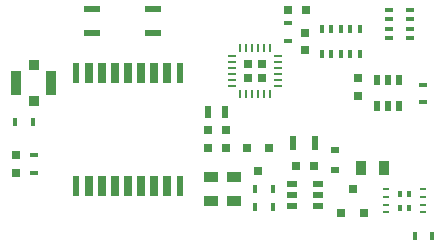
<source format=gtp>
G04 #@! TF.GenerationSoftware,KiCad,Pcbnew,(2017-11-24 revision a01d81e4b)-makepkg*
G04 #@! TF.CreationDate,2018-02-25T20:08:33+10:30*
G04 #@! TF.ProjectId,ledGlasses,6C6564476C61737365732E6B69636164,rev?*
G04 #@! TF.SameCoordinates,PX5f5e100PY5f5e100*
G04 #@! TF.FileFunction,Paste,Top*
G04 #@! TF.FilePolarity,Positive*
%FSLAX46Y46*%
G04 Gerber Fmt 4.6, Leading zero omitted, Abs format (unit mm)*
G04 Created by KiCad (PCBNEW (2017-11-24 revision a01d81e4b)-makepkg) date 02/25/18 20:08:33*
%MOMM*%
%LPD*%
G01*
G04 APERTURE LIST*
%ADD10R,0.898400X0.898400*%
%ADD11R,0.948400X2.098400*%
%ADD12R,0.398400X0.698400*%
%ADD13R,0.678400X0.678400*%
%ADD14R,0.198400X0.748400*%
%ADD15R,0.748400X0.198400*%
%ADD16R,0.698400X0.798400*%
%ADD17R,0.648400X0.698400*%
%ADD18R,0.898400X1.148400*%
%ADD19R,0.698400X0.648400*%
%ADD20R,1.148400X0.898400*%
%ADD21R,0.698400X0.498400*%
%ADD22R,0.798400X0.398400*%
%ADD23R,0.398400X0.798400*%
%ADD24R,0.698400X0.398400*%
%ADD25R,0.698400X0.298400*%
%ADD26R,0.958400X0.548400*%
%ADD27R,0.548400X0.958400*%
%ADD28R,0.363400X0.618400*%
%ADD29R,0.548400X0.248400*%
%ADD30R,0.598400X1.698400*%
%ADD31R,0.698400X1.698400*%
%ADD32R,0.598400X1.198400*%
%ADD33R,1.348400X0.598400*%
%ADD34R,0.498400X0.998400*%
G04 APERTURE END LIST*
D10*
X3000000Y-9500000D03*
X3000000Y-6500000D03*
D11*
X1525000Y-8000000D03*
X4475000Y-8000000D03*
D12*
X27400000Y-5600000D03*
X28200000Y-5600000D03*
X29000000Y-5600000D03*
X29800000Y-5600000D03*
X30600000Y-5600000D03*
X30600000Y-3400000D03*
X29800000Y-3400000D03*
X29000000Y-3400000D03*
X28200000Y-3400000D03*
X27400000Y-3400000D03*
D13*
X21150000Y-6400000D03*
X21150000Y-7600000D03*
X22350000Y-6400000D03*
X22350000Y-7600000D03*
D14*
X20500000Y-5050000D03*
X21000000Y-5050000D03*
X21500000Y-5050000D03*
X22000000Y-5050000D03*
X22500000Y-5050000D03*
X23000000Y-5050000D03*
D15*
X23700000Y-5750000D03*
X23700000Y-6250000D03*
X23700000Y-6750000D03*
X23700000Y-7250000D03*
X23700000Y-7750000D03*
X23700000Y-8250000D03*
D14*
X23000000Y-8950000D03*
X22500000Y-8950000D03*
X22000000Y-8950000D03*
X21500000Y-8950000D03*
X21000000Y-8950000D03*
X20500000Y-8950000D03*
D15*
X19800000Y-8250000D03*
X19800000Y-7750000D03*
X19800000Y-7250000D03*
X19800000Y-6750000D03*
X19800000Y-6250000D03*
X19800000Y-5750000D03*
D16*
X30000000Y-17000000D03*
X30950000Y-19000000D03*
X29050000Y-19000000D03*
D17*
X30500000Y-7632000D03*
X30500000Y-9132000D03*
X17750000Y-13500000D03*
X17750000Y-12000000D03*
X19250000Y-12000000D03*
X19250000Y-13500000D03*
D18*
X32700000Y-15200000D03*
X30700000Y-15200000D03*
D19*
X26050000Y-1800000D03*
X24550000Y-1800000D03*
D17*
X26000000Y-5250000D03*
X26000000Y-3750000D03*
D19*
X25250000Y-15000000D03*
X26750000Y-15000000D03*
D20*
X20000000Y-16000000D03*
X20000000Y-18000000D03*
X18000000Y-18000000D03*
X18000000Y-16000000D03*
D21*
X28500000Y-13650000D03*
X28500000Y-15350000D03*
D16*
X22000000Y-15500000D03*
X21050000Y-13500000D03*
X22950000Y-13500000D03*
D22*
X24500000Y-2950000D03*
X24500000Y-4450000D03*
X36000000Y-8150000D03*
X36000000Y-9650000D03*
D23*
X36750000Y-21000000D03*
X35250000Y-21000000D03*
X23250000Y-18500000D03*
X21750000Y-18500000D03*
X21750000Y-17000000D03*
X23250000Y-17000000D03*
D24*
X34900000Y-4200000D03*
D25*
X34900000Y-3400000D03*
D24*
X34900000Y-1800000D03*
D25*
X34900000Y-2600000D03*
D24*
X33100000Y-4200000D03*
D25*
X33100000Y-2600000D03*
X33100000Y-3400000D03*
D24*
X33100000Y-1800000D03*
D26*
X27100000Y-17500000D03*
X27100000Y-16550000D03*
X27100000Y-18450000D03*
X24900000Y-18450000D03*
X24900000Y-17500000D03*
X24900000Y-16550000D03*
D27*
X33000000Y-7800000D03*
X32050000Y-7800000D03*
X33950000Y-7800000D03*
X33950000Y-10000000D03*
X33000000Y-10000000D03*
X32050000Y-10000000D03*
D28*
X34000000Y-17400000D03*
X34000000Y-18600000D03*
X34775000Y-17400000D03*
X34775000Y-18600000D03*
D29*
X35937500Y-17025000D03*
X35937500Y-17675000D03*
X35937500Y-18325000D03*
X35937500Y-18975000D03*
X32837500Y-18975000D03*
X32837500Y-18325000D03*
X32837500Y-17675000D03*
X32837500Y-17025000D03*
D17*
X1500000Y-14150000D03*
X1500000Y-15650000D03*
D22*
X3000000Y-15650000D03*
X3000000Y-14150000D03*
D30*
X15400000Y-7150000D03*
D31*
X14300000Y-7150000D03*
X13200000Y-7150000D03*
X12100000Y-7150000D03*
X11000000Y-7150000D03*
X9900000Y-7150000D03*
X8800000Y-7150000D03*
X7700000Y-7150000D03*
D30*
X6600000Y-7150000D03*
X6600000Y-16750000D03*
D31*
X7700000Y-16750000D03*
X8800000Y-16750000D03*
X9900000Y-16750000D03*
X11000000Y-16750000D03*
X12100000Y-16750000D03*
X13200000Y-16750000D03*
X14300000Y-16750000D03*
D30*
X15400000Y-16750000D03*
D32*
X26850000Y-13100000D03*
X24950000Y-13100000D03*
D23*
X1450000Y-11300000D03*
X2950000Y-11300000D03*
D33*
X13080000Y-1750000D03*
X7920000Y-1750000D03*
X7920000Y-3750000D03*
X13080000Y-3750000D03*
D34*
X19200000Y-10500000D03*
X17800000Y-10500000D03*
M02*

</source>
